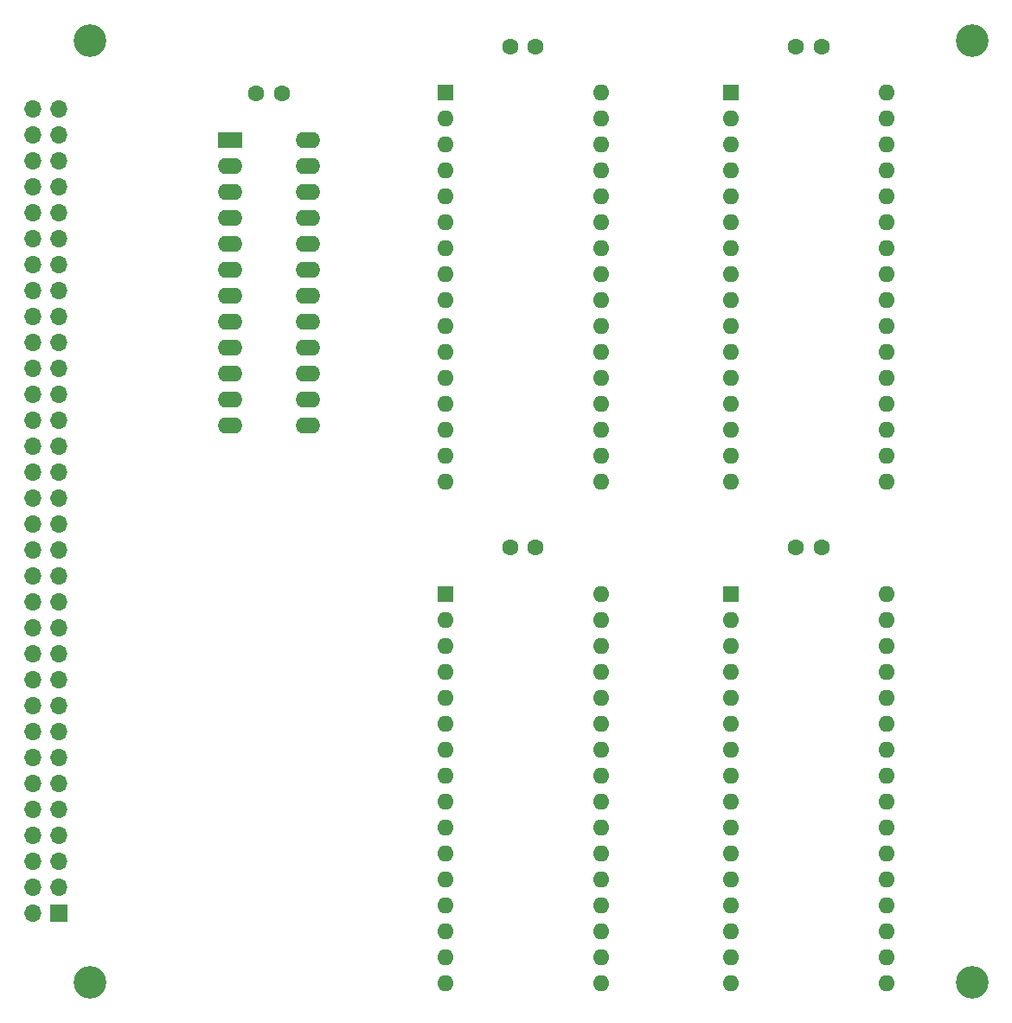
<source format=gbs>
G04 #@! TF.GenerationSoftware,KiCad,Pcbnew,(6.0.2)*
G04 #@! TF.CreationDate,2022-10-15T16:32:31-07:00*
G04 #@! TF.ProjectId,RAM and ROM,52414d20-616e-4642-9052-4f4d2e6b6963,1.0*
G04 #@! TF.SameCoordinates,Original*
G04 #@! TF.FileFunction,Soldermask,Bot*
G04 #@! TF.FilePolarity,Negative*
%FSLAX46Y46*%
G04 Gerber Fmt 4.6, Leading zero omitted, Abs format (unit mm)*
G04 Created by KiCad (PCBNEW (6.0.2)) date 2022-10-15 16:32:31*
%MOMM*%
%LPD*%
G01*
G04 APERTURE LIST*
%ADD10C,3.200000*%
%ADD11R,2.400000X1.600000*%
%ADD12O,2.400000X1.600000*%
%ADD13C,1.600000*%
%ADD14R,1.600000X1.600000*%
%ADD15O,1.600000X1.600000*%
%ADD16R,1.700000X1.700000*%
%ADD17O,1.700000X1.700000*%
G04 APERTURE END LIST*
D10*
X192532000Y-50419000D03*
X192532000Y-142621000D03*
X106172000Y-50419000D03*
X106172000Y-142621000D03*
D11*
X119888000Y-60198000D03*
D12*
X119888000Y-62738000D03*
X119888000Y-65278000D03*
X119888000Y-67818000D03*
X119888000Y-70358000D03*
X119888000Y-72898000D03*
X119888000Y-75438000D03*
X119888000Y-77978000D03*
X119888000Y-80518000D03*
X119888000Y-83058000D03*
X119888000Y-85598000D03*
X119888000Y-88138000D03*
X127508000Y-88138000D03*
X127508000Y-85598000D03*
X127508000Y-83058000D03*
X127508000Y-80518000D03*
X127508000Y-77978000D03*
X127508000Y-75438000D03*
X127508000Y-72898000D03*
X127508000Y-70358000D03*
X127508000Y-67818000D03*
X127508000Y-65278000D03*
X127508000Y-62738000D03*
X127508000Y-60198000D03*
D13*
X122448000Y-55626000D03*
X124948000Y-55626000D03*
D14*
X140945000Y-104648000D03*
D15*
X140945000Y-107188000D03*
X140945000Y-109728000D03*
X140945000Y-112268000D03*
X140945000Y-114808000D03*
X140945000Y-117348000D03*
X140945000Y-119888000D03*
X140945000Y-122428000D03*
X140945000Y-124968000D03*
X140945000Y-127508000D03*
X140945000Y-130048000D03*
X140945000Y-132588000D03*
X140945000Y-135128000D03*
X140945000Y-137668000D03*
X140945000Y-140208000D03*
X140945000Y-142748000D03*
X156185000Y-142748000D03*
X156185000Y-140208000D03*
X156185000Y-137668000D03*
X156185000Y-135128000D03*
X156185000Y-132588000D03*
X156185000Y-130048000D03*
X156185000Y-127508000D03*
X156185000Y-124968000D03*
X156185000Y-122428000D03*
X156185000Y-119888000D03*
X156185000Y-117348000D03*
X156185000Y-114808000D03*
X156185000Y-112268000D03*
X156185000Y-109728000D03*
X156185000Y-107188000D03*
X156185000Y-104648000D03*
D13*
X147320000Y-100076000D03*
X149820000Y-100076000D03*
X175285000Y-51054000D03*
X177785000Y-51054000D03*
X175285000Y-100076000D03*
X177785000Y-100076000D03*
X147320000Y-51054000D03*
X149820000Y-51054000D03*
D14*
X140945000Y-55536000D03*
D15*
X140945000Y-58076000D03*
X140945000Y-60616000D03*
X140945000Y-63156000D03*
X140945000Y-65696000D03*
X140945000Y-68236000D03*
X140945000Y-70776000D03*
X140945000Y-73316000D03*
X140945000Y-75856000D03*
X140945000Y-78396000D03*
X140945000Y-80936000D03*
X140945000Y-83476000D03*
X140945000Y-86016000D03*
X140945000Y-88556000D03*
X140945000Y-91096000D03*
X140945000Y-93636000D03*
X156185000Y-93636000D03*
X156185000Y-91096000D03*
X156185000Y-88556000D03*
X156185000Y-86016000D03*
X156185000Y-83476000D03*
X156185000Y-80936000D03*
X156185000Y-78396000D03*
X156185000Y-75856000D03*
X156185000Y-73316000D03*
X156185000Y-70776000D03*
X156185000Y-68236000D03*
X156185000Y-65696000D03*
X156185000Y-63156000D03*
X156185000Y-60616000D03*
X156185000Y-58076000D03*
X156185000Y-55536000D03*
D16*
X103124000Y-135895000D03*
D17*
X100584000Y-135895000D03*
X103124000Y-133355000D03*
X100584000Y-133355000D03*
X103124000Y-130815000D03*
X100584000Y-130815000D03*
X103124000Y-128275000D03*
X100584000Y-128275000D03*
X103124000Y-125735000D03*
X100584000Y-125735000D03*
X103124000Y-123195000D03*
X100584000Y-123195000D03*
X103124000Y-120655000D03*
X100584000Y-120655000D03*
X103124000Y-118115000D03*
X100584000Y-118115000D03*
X103124000Y-115575000D03*
X100584000Y-115575000D03*
X103124000Y-113035000D03*
X100584000Y-113035000D03*
X103124000Y-110495000D03*
X100584000Y-110495000D03*
X103124000Y-107955000D03*
X100584000Y-107955000D03*
X103124000Y-105415000D03*
X100584000Y-105415000D03*
X103124000Y-102875000D03*
X100584000Y-102875000D03*
X103124000Y-100335000D03*
X100584000Y-100335000D03*
X103124000Y-97795000D03*
X100584000Y-97795000D03*
X103124000Y-95255000D03*
X100584000Y-95255000D03*
X103124000Y-92715000D03*
X100584000Y-92715000D03*
X103124000Y-90175000D03*
X100584000Y-90175000D03*
X103124000Y-87635000D03*
X100584000Y-87635000D03*
X103124000Y-85095000D03*
X100584000Y-85095000D03*
X103124000Y-82555000D03*
X100584000Y-82555000D03*
X103124000Y-80015000D03*
X100584000Y-80015000D03*
X103124000Y-77475000D03*
X100584000Y-77475000D03*
X103124000Y-74935000D03*
X100584000Y-74935000D03*
X103124000Y-72395000D03*
X100584000Y-72395000D03*
X103124000Y-69855000D03*
X100584000Y-69855000D03*
X103124000Y-67315000D03*
X100584000Y-67315000D03*
X103124000Y-64775000D03*
X100584000Y-64775000D03*
X103124000Y-62235000D03*
X100584000Y-62235000D03*
X103124000Y-59695000D03*
X100584000Y-59695000D03*
X103124000Y-57155000D03*
X100584000Y-57155000D03*
D14*
X168910000Y-104648000D03*
D15*
X168910000Y-107188000D03*
X168910000Y-109728000D03*
X168910000Y-112268000D03*
X168910000Y-114808000D03*
X168910000Y-117348000D03*
X168910000Y-119888000D03*
X168910000Y-122428000D03*
X168910000Y-124968000D03*
X168910000Y-127508000D03*
X168910000Y-130048000D03*
X168910000Y-132588000D03*
X168910000Y-135128000D03*
X168910000Y-137668000D03*
X168910000Y-140208000D03*
X168910000Y-142748000D03*
X184150000Y-142748000D03*
X184150000Y-140208000D03*
X184150000Y-137668000D03*
X184150000Y-135128000D03*
X184150000Y-132588000D03*
X184150000Y-130048000D03*
X184150000Y-127508000D03*
X184150000Y-124968000D03*
X184150000Y-122428000D03*
X184150000Y-119888000D03*
X184150000Y-117348000D03*
X184150000Y-114808000D03*
X184150000Y-112268000D03*
X184150000Y-109728000D03*
X184150000Y-107188000D03*
X184150000Y-104648000D03*
D14*
X168910000Y-55536000D03*
D15*
X168910000Y-58076000D03*
X168910000Y-60616000D03*
X168910000Y-63156000D03*
X168910000Y-65696000D03*
X168910000Y-68236000D03*
X168910000Y-70776000D03*
X168910000Y-73316000D03*
X168910000Y-75856000D03*
X168910000Y-78396000D03*
X168910000Y-80936000D03*
X168910000Y-83476000D03*
X168910000Y-86016000D03*
X168910000Y-88556000D03*
X168910000Y-91096000D03*
X168910000Y-93636000D03*
X184150000Y-93636000D03*
X184150000Y-91096000D03*
X184150000Y-88556000D03*
X184150000Y-86016000D03*
X184150000Y-83476000D03*
X184150000Y-80936000D03*
X184150000Y-78396000D03*
X184150000Y-75856000D03*
X184150000Y-73316000D03*
X184150000Y-70776000D03*
X184150000Y-68236000D03*
X184150000Y-65696000D03*
X184150000Y-63156000D03*
X184150000Y-60616000D03*
X184150000Y-58076000D03*
X184150000Y-55536000D03*
M02*

</source>
